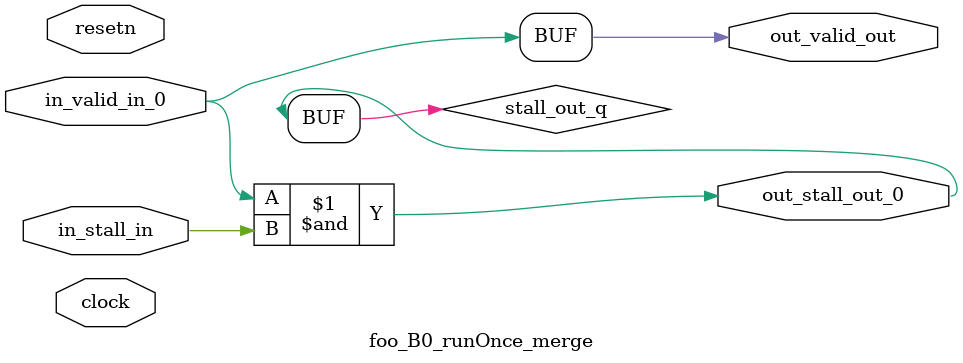
<source format=sv>



(* altera_attribute = "-name AUTO_SHIFT_REGISTER_RECOGNITION OFF; -name MESSAGE_DISABLE 10036; -name MESSAGE_DISABLE 10037; -name MESSAGE_DISABLE 14130; -name MESSAGE_DISABLE 14320; -name MESSAGE_DISABLE 15400; -name MESSAGE_DISABLE 14130; -name MESSAGE_DISABLE 10036; -name MESSAGE_DISABLE 12020; -name MESSAGE_DISABLE 12030; -name MESSAGE_DISABLE 12010; -name MESSAGE_DISABLE 12110; -name MESSAGE_DISABLE 14320; -name MESSAGE_DISABLE 13410; -name MESSAGE_DISABLE 113007; -name MESSAGE_DISABLE 10958" *)
module foo_B0_runOnce_merge (
    input wire [0:0] in_stall_in,
    input wire [0:0] in_valid_in_0,
    output wire [0:0] out_stall_out_0,
    output wire [0:0] out_valid_out,
    input wire clock,
    input wire resetn
    );

    wire [0:0] stall_out_q;


    // stall_out(LOGICAL,6)
    assign stall_out_q = in_valid_in_0 & in_stall_in;

    // out_stall_out_0(GPOUT,4)
    assign out_stall_out_0 = stall_out_q;

    // out_valid_out(GPOUT,5)
    assign out_valid_out = in_valid_in_0;

endmodule

</source>
